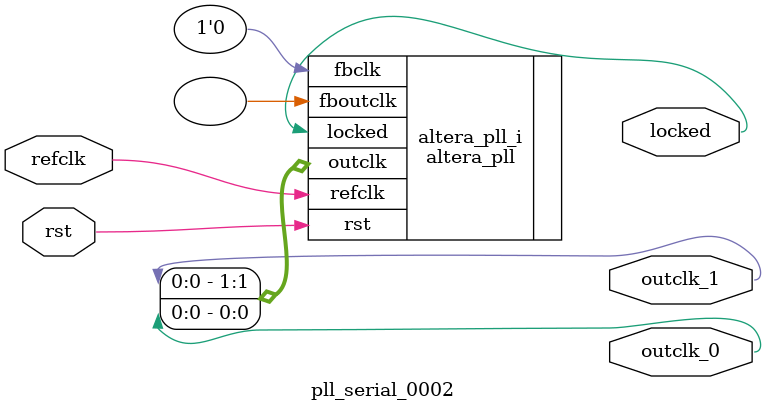
<source format=v>
`timescale 1ns/10ps
module  pll_serial_0002(

	// interface 'refclk'
	input wire refclk,

	// interface 'reset'
	input wire rst,

	// interface 'outclk0'
	output wire outclk_0,

	// interface 'outclk1'
	output wire outclk_1,

	// interface 'locked'
	output wire locked
);

	altera_pll #(
		.fractional_vco_multiplier("false"),
		.reference_clock_frequency("125.0 MHz"),
		.operation_mode("direct"),
		.number_of_clocks(2),
		.output_clock_frequency0("25.000000 MHz"),
		.phase_shift0("0 ps"),
		.duty_cycle0(50),
		.output_clock_frequency1("125.000000 MHz"),
		.phase_shift1("0 ps"),
		.duty_cycle1(50),
		.output_clock_frequency2("0 MHz"),
		.phase_shift2("0 ps"),
		.duty_cycle2(50),
		.output_clock_frequency3("0 MHz"),
		.phase_shift3("0 ps"),
		.duty_cycle3(50),
		.output_clock_frequency4("0 MHz"),
		.phase_shift4("0 ps"),
		.duty_cycle4(50),
		.output_clock_frequency5("0 MHz"),
		.phase_shift5("0 ps"),
		.duty_cycle5(50),
		.output_clock_frequency6("0 MHz"),
		.phase_shift6("0 ps"),
		.duty_cycle6(50),
		.output_clock_frequency7("0 MHz"),
		.phase_shift7("0 ps"),
		.duty_cycle7(50),
		.output_clock_frequency8("0 MHz"),
		.phase_shift8("0 ps"),
		.duty_cycle8(50),
		.output_clock_frequency9("0 MHz"),
		.phase_shift9("0 ps"),
		.duty_cycle9(50),
		.output_clock_frequency10("0 MHz"),
		.phase_shift10("0 ps"),
		.duty_cycle10(50),
		.output_clock_frequency11("0 MHz"),
		.phase_shift11("0 ps"),
		.duty_cycle11(50),
		.output_clock_frequency12("0 MHz"),
		.phase_shift12("0 ps"),
		.duty_cycle12(50),
		.output_clock_frequency13("0 MHz"),
		.phase_shift13("0 ps"),
		.duty_cycle13(50),
		.output_clock_frequency14("0 MHz"),
		.phase_shift14("0 ps"),
		.duty_cycle14(50),
		.output_clock_frequency15("0 MHz"),
		.phase_shift15("0 ps"),
		.duty_cycle15(50),
		.output_clock_frequency16("0 MHz"),
		.phase_shift16("0 ps"),
		.duty_cycle16(50),
		.output_clock_frequency17("0 MHz"),
		.phase_shift17("0 ps"),
		.duty_cycle17(50),
		.pll_type("General"),
		.pll_subtype("General")
	) altera_pll_i (
		.rst	(rst),
		.outclk	({outclk_1, outclk_0}),
		.locked	(locked),
		.fboutclk	( ),
		.fbclk	(1'b0),
		.refclk	(refclk)
	);
endmodule


</source>
